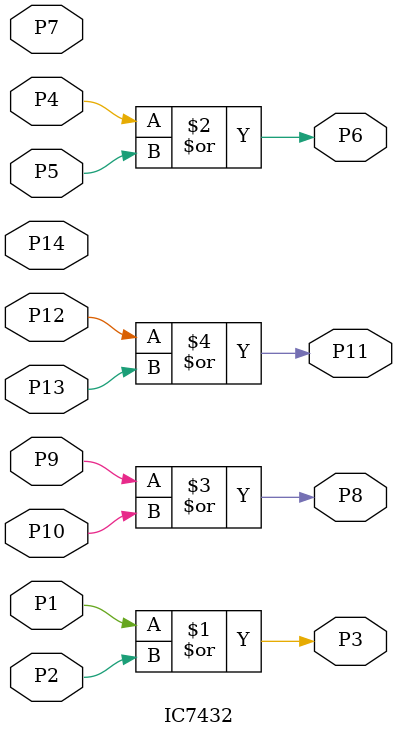
<source format=v>
module IC7432(P1,P2,P3,P4,P5,P6,P7,P8,P9,P10,P11,P12,P13,P14);
input P1,P2,P4,P5,P9,P10,P12,P13;
input P7,P14;//SUPPLY
output P3,P6,P8,P11;

assign P3=P1|P2;
assign P6=P4|P5;
assign P8=P9|P10;
assign P11=P12|P13;

endmodule

</source>
